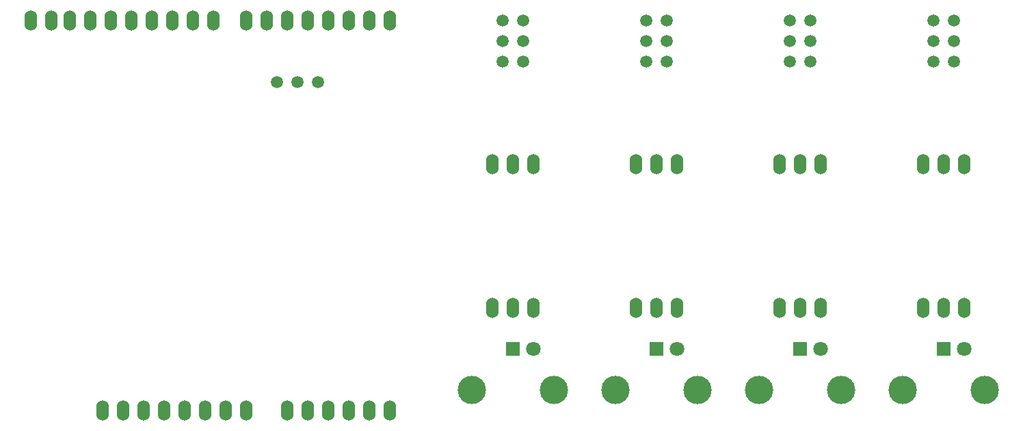
<source format=gbs>
G04 (created by PCBNEW (2013-07-07 BZR 4022)-stable) date 08/12/2015 22:08:56*
%MOIN*%
G04 Gerber Fmt 3.4, Leading zero omitted, Abs format*
%FSLAX34Y34*%
G01*
G70*
G90*
G04 APERTURE LIST*
%ADD10C,0.00590551*%
%ADD11O,0.0607087X0.1*%
%ADD12O,0.06X0.1*%
%ADD13C,0.0593*%
%ADD14C,0.137795*%
%ADD15R,0.0708661X0.0708661*%
%ADD16C,0.0708661*%
G04 APERTURE END LIST*
G54D10*
G54D11*
X60000Y-34500D03*
G54D12*
X61000Y-34500D03*
X62000Y-34500D03*
X60000Y-41500D03*
X61000Y-41500D03*
X62000Y-41500D03*
G54D11*
X67000Y-34500D03*
G54D12*
X68000Y-34500D03*
X69000Y-34500D03*
X67000Y-41500D03*
X68000Y-41500D03*
X69000Y-41500D03*
G54D11*
X74000Y-34500D03*
G54D12*
X75000Y-34500D03*
X76000Y-34500D03*
X74000Y-41500D03*
X75000Y-41500D03*
X76000Y-41500D03*
G54D11*
X81000Y-34500D03*
G54D12*
X82000Y-34500D03*
X83000Y-34500D03*
X81000Y-41500D03*
X82000Y-41500D03*
X83000Y-41500D03*
G54D13*
X49500Y-30500D03*
X50500Y-30500D03*
X51500Y-30500D03*
X60500Y-27500D03*
X60500Y-28500D03*
X60500Y-29500D03*
X67500Y-27500D03*
X67500Y-28500D03*
X67500Y-29500D03*
X74500Y-27500D03*
X74500Y-28500D03*
X74500Y-29500D03*
X81500Y-27500D03*
X81500Y-28500D03*
X81500Y-29500D03*
X61500Y-27500D03*
X61500Y-28500D03*
X61500Y-29500D03*
X68500Y-27500D03*
X68500Y-28500D03*
X68500Y-29500D03*
X75500Y-27500D03*
X75500Y-28500D03*
X75500Y-29500D03*
X82500Y-27500D03*
X82500Y-28500D03*
X82500Y-29500D03*
G54D12*
X55000Y-46500D03*
X54000Y-46500D03*
X53000Y-46500D03*
X50000Y-46500D03*
X51000Y-46500D03*
X52000Y-46500D03*
X48000Y-46500D03*
X47000Y-46500D03*
X46000Y-46500D03*
X44000Y-46500D03*
X43000Y-46500D03*
X55000Y-27500D03*
X54000Y-27500D03*
X53000Y-27500D03*
X52000Y-27500D03*
X51000Y-27500D03*
X50000Y-27500D03*
X49000Y-27500D03*
X48000Y-27500D03*
X46400Y-27500D03*
X45400Y-27500D03*
X44400Y-27500D03*
X43400Y-27500D03*
X42400Y-27500D03*
X41400Y-27500D03*
X40400Y-27500D03*
X39400Y-27500D03*
X45000Y-46500D03*
X42000Y-46500D03*
X41000Y-46500D03*
X38500Y-27500D03*
X37500Y-27500D03*
G54D14*
X63000Y-45500D03*
X59000Y-45500D03*
G54D15*
X61000Y-43500D03*
G54D16*
X62000Y-43500D03*
G54D14*
X70000Y-45500D03*
X66000Y-45500D03*
G54D15*
X68000Y-43500D03*
G54D16*
X69000Y-43500D03*
G54D14*
X77000Y-45500D03*
X73000Y-45500D03*
G54D15*
X75000Y-43500D03*
G54D16*
X76000Y-43500D03*
G54D14*
X84000Y-45500D03*
X80000Y-45500D03*
G54D15*
X82000Y-43500D03*
G54D16*
X83000Y-43500D03*
M02*

</source>
